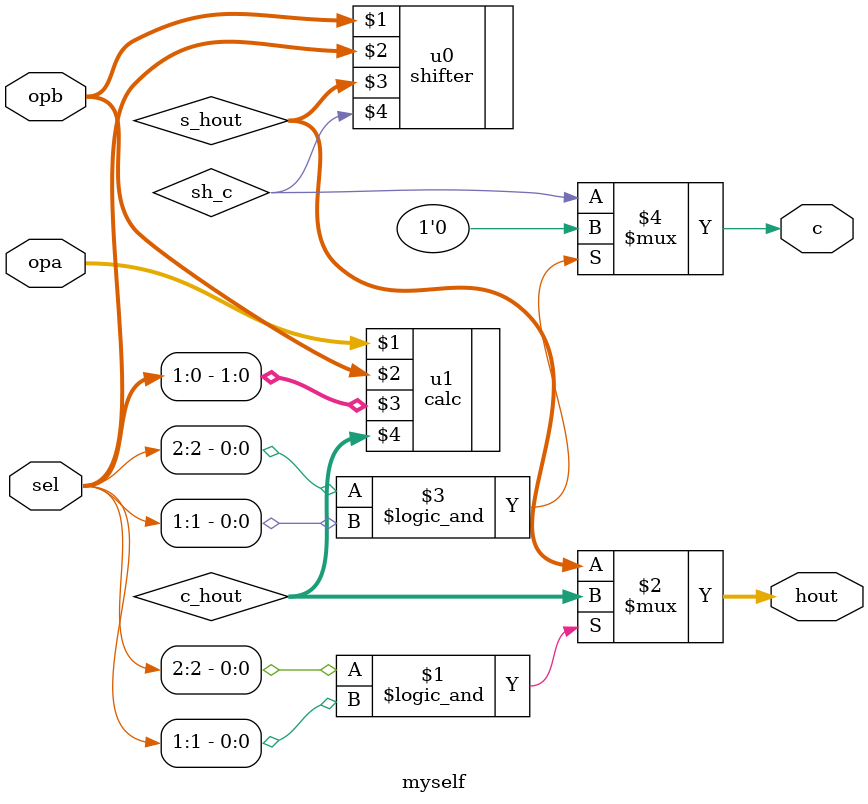
<source format=v>
module myself (opa, opb, sel, hout, c);

	parameter bw = 8;
	
	input [bw-1:0] opa, opb;
	input [2:0] sel;
	
	output [bw-1:0] hout; 
	output c;
	
	wire [bw-1:0] c_hout, s_hout;
	wire sh_c;
	
	assign hout = (sel[2] && sel[1]) ? c_hout : s_hout;
	assign c = (sel[2] && sel[1]) ? 1'b0 : sh_c;
	
	shifter #(bw) u0 (opb, sel, s_hout, sh_c);
	calc #(bw) u1 (opa, opb, sel[1:0], c_hout);


endmodule

</source>
